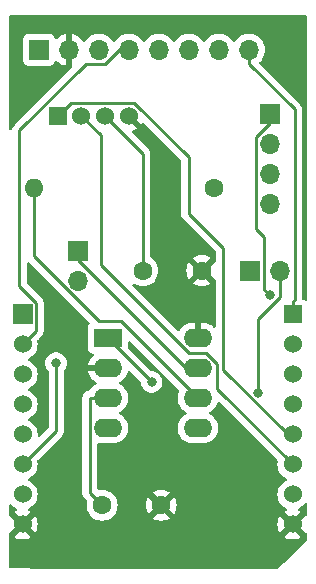
<source format=gtl>
G04 #@! TF.GenerationSoftware,KiCad,Pcbnew,8.0.6*
G04 #@! TF.CreationDate,2025-01-06T22:58:22-05:00*
G04 #@! TF.ProjectId,MikroBusCAN,4d696b72-6f42-4757-9343-414e2e6b6963,rev?*
G04 #@! TF.SameCoordinates,Original*
G04 #@! TF.FileFunction,Copper,L1,Top*
G04 #@! TF.FilePolarity,Positive*
%FSLAX46Y46*%
G04 Gerber Fmt 4.6, Leading zero omitted, Abs format (unit mm)*
G04 Created by KiCad (PCBNEW 8.0.6) date 2025-01-06 22:58:22*
%MOMM*%
%LPD*%
G01*
G04 APERTURE LIST*
G04 #@! TA.AperFunction,ComponentPad*
%ADD10R,1.524000X1.524000*%
G04 #@! TD*
G04 #@! TA.AperFunction,ComponentPad*
%ADD11C,1.524000*%
G04 #@! TD*
G04 #@! TA.AperFunction,ComponentPad*
%ADD12R,1.700000X1.700000*%
G04 #@! TD*
G04 #@! TA.AperFunction,ComponentPad*
%ADD13O,1.700000X1.700000*%
G04 #@! TD*
G04 #@! TA.AperFunction,ComponentPad*
%ADD14C,1.600000*%
G04 #@! TD*
G04 #@! TA.AperFunction,ComponentPad*
%ADD15O,1.600000X1.600000*%
G04 #@! TD*
G04 #@! TA.AperFunction,ComponentPad*
%ADD16R,1.676400X1.676400*%
G04 #@! TD*
G04 #@! TA.AperFunction,ComponentPad*
%ADD17R,2.400000X1.600000*%
G04 #@! TD*
G04 #@! TA.AperFunction,ComponentPad*
%ADD18O,2.400000X1.600000*%
G04 #@! TD*
G04 #@! TA.AperFunction,ViaPad*
%ADD19C,0.800000*%
G04 #@! TD*
G04 #@! TA.AperFunction,Conductor*
%ADD20C,0.250000*%
G04 #@! TD*
G04 APERTURE END LIST*
D10*
X64900000Y-72658000D03*
D11*
X66900000Y-72658000D03*
X68900000Y-72658000D03*
X70900000Y-72658000D03*
D12*
X82900000Y-72458000D03*
D13*
X82900000Y-74998000D03*
X82900000Y-77538000D03*
X82900000Y-80078000D03*
D14*
X77100000Y-85758000D03*
X72100000Y-85758000D03*
X78100000Y-78758000D03*
D15*
X62860000Y-78758000D03*
D14*
X68650000Y-105608000D03*
X73650000Y-105608000D03*
D16*
X61915200Y-89457600D03*
D11*
X61915200Y-91997600D03*
X61915200Y-94537600D03*
X61915200Y-97077600D03*
X61915200Y-99617600D03*
X61915200Y-102157600D03*
X61915200Y-104697600D03*
X61915200Y-107237600D03*
X84775200Y-107237600D03*
X84775200Y-104697600D03*
X84775200Y-102157600D03*
X84775200Y-99617600D03*
X84775200Y-97077600D03*
X84775200Y-94537600D03*
X84775200Y-91997600D03*
D10*
X84775200Y-89457600D03*
D12*
X63300000Y-67058000D03*
D13*
X65840000Y-67058000D03*
X68380000Y-67058000D03*
X70920000Y-67058000D03*
X73460000Y-67058000D03*
X76000000Y-67058000D03*
X78540000Y-67058000D03*
X81080000Y-67058000D03*
D12*
X66600000Y-84058000D03*
D13*
X66600000Y-86598000D03*
D17*
X69130000Y-91458000D03*
D18*
X69130000Y-93998000D03*
X69130000Y-96538000D03*
X69130000Y-99078000D03*
X76750000Y-99078000D03*
X76750000Y-96538000D03*
X76750000Y-93998000D03*
X76750000Y-91458000D03*
D12*
X81200000Y-85758000D03*
D13*
X83740000Y-85758000D03*
D19*
X64752000Y-93587300D03*
X82833400Y-87851800D03*
X72848700Y-95176700D03*
X81872800Y-96090800D03*
D20*
X67603300Y-96538000D02*
X67603300Y-104561300D01*
X69130000Y-96538000D02*
X67603300Y-96538000D01*
X67603300Y-104561300D02*
X68650000Y-105608000D01*
X75731000Y-93998000D02*
X76750000Y-93998000D01*
X66600000Y-84867000D02*
X75731000Y-93998000D01*
X66600000Y-84058000D02*
X66600000Y-84867000D01*
X64752000Y-99320800D02*
X61915200Y-102157600D01*
X64752000Y-93587300D02*
X64752000Y-99320800D01*
X68934400Y-68234700D02*
X67291100Y-68234700D01*
X70111100Y-67058000D02*
X68934400Y-68234700D01*
X63080100Y-88484000D02*
X63080100Y-90832700D01*
X70920000Y-67058000D02*
X70111100Y-67058000D01*
X63080100Y-90832700D02*
X61915200Y-91997600D01*
X61646800Y-73879000D02*
X61646800Y-87050700D01*
X61646800Y-87050700D02*
X63080100Y-88484000D01*
X67291100Y-68234700D02*
X61646800Y-73879000D01*
X81696500Y-82239300D02*
X82376700Y-82919500D01*
X82376700Y-87395100D02*
X82833400Y-87851800D01*
X82900000Y-72458000D02*
X82900000Y-73267000D01*
X81696500Y-74470500D02*
X81696500Y-82239300D01*
X82376700Y-82919500D02*
X82376700Y-87395100D01*
X82900000Y-73267000D02*
X81696500Y-74470500D01*
X68900000Y-72658000D02*
X72100000Y-75858000D01*
X72100000Y-75858000D02*
X72100000Y-85758000D01*
X75974800Y-76150100D02*
X71389100Y-71564400D01*
X65993600Y-71564400D02*
X64900000Y-72658000D01*
X75974800Y-80928400D02*
X75974800Y-76150100D01*
X78925400Y-83879000D02*
X75974800Y-80928400D01*
X71389100Y-71564400D02*
X65993600Y-71564400D01*
X78925400Y-94173400D02*
X78925400Y-83879000D01*
X84369600Y-99617600D02*
X78925400Y-94173400D01*
X84775200Y-99617600D02*
X84369600Y-99617600D01*
X77482500Y-92728000D02*
X78379600Y-93625100D01*
X68533900Y-85243300D02*
X76018600Y-92728000D01*
X76018600Y-92728000D02*
X77482500Y-92728000D01*
X66900000Y-72658000D02*
X68533900Y-74291900D01*
X68533900Y-74291900D02*
X68533900Y-85243300D01*
X78379600Y-95762000D02*
X84775200Y-102157600D01*
X78379600Y-93625100D02*
X78379600Y-95762000D01*
X84955700Y-88188400D02*
X84775200Y-88368900D01*
X81080000Y-68234700D02*
X84955700Y-72110400D01*
X84955700Y-72110400D02*
X84955700Y-88188400D01*
X81080000Y-67058000D02*
X81080000Y-68234700D01*
X84775200Y-89457600D02*
X84775200Y-88368900D01*
X72848700Y-95176700D02*
X69130000Y-91458000D01*
X83740000Y-85758000D02*
X83740000Y-86934700D01*
X62860000Y-78758000D02*
X62860000Y-84523600D01*
X70226300Y-90014300D02*
X76750000Y-96538000D01*
X68350700Y-90014300D02*
X70226300Y-90014300D01*
X83740000Y-87972900D02*
X83740000Y-86934700D01*
X81872800Y-96090800D02*
X81872800Y-89840100D01*
X62860000Y-84523600D02*
X68350700Y-90014300D01*
X81872800Y-89840100D02*
X83740000Y-87972900D01*
G04 #@! TA.AperFunction,Conductor*
G36*
X62488812Y-85048770D02*
G01*
X62495395Y-85054899D01*
X67561891Y-90121395D01*
X67595917Y-90183707D01*
X67590852Y-90254522D01*
X67570458Y-90286266D01*
X67572139Y-90287525D01*
X67479112Y-90411792D01*
X67479110Y-90411797D01*
X67428011Y-90548795D01*
X67428009Y-90548803D01*
X67421500Y-90609350D01*
X67421500Y-92306649D01*
X67428009Y-92367196D01*
X67428011Y-92367204D01*
X67479110Y-92504202D01*
X67479112Y-92504207D01*
X67566738Y-92621261D01*
X67683792Y-92708887D01*
X67683794Y-92708888D01*
X67683796Y-92708889D01*
X67820799Y-92759989D01*
X67833467Y-92761350D01*
X67899059Y-92788517D01*
X67939552Y-92846833D01*
X67942090Y-92917784D01*
X67905865Y-92978844D01*
X67894068Y-92988562D01*
X67877889Y-93000317D01*
X67732317Y-93145889D01*
X67732315Y-93145892D01*
X67611300Y-93312454D01*
X67517829Y-93495900D01*
X67517826Y-93495906D01*
X67454208Y-93691704D01*
X67445926Y-93744000D01*
X68818314Y-93744000D01*
X68809920Y-93752394D01*
X68757259Y-93843606D01*
X68730000Y-93945339D01*
X68730000Y-94050661D01*
X68757259Y-94152394D01*
X68809920Y-94243606D01*
X68818314Y-94252000D01*
X67445926Y-94252000D01*
X67454208Y-94304295D01*
X67517826Y-94500093D01*
X67517829Y-94500099D01*
X67611300Y-94683545D01*
X67732315Y-94850107D01*
X67732317Y-94850110D01*
X67877889Y-94995682D01*
X67877892Y-94995684D01*
X68044455Y-95116700D01*
X68120511Y-95155453D01*
X68172126Y-95204202D01*
X68189192Y-95273117D01*
X68166291Y-95340318D01*
X68120511Y-95379987D01*
X68044193Y-95418872D01*
X67877567Y-95539934D01*
X67877564Y-95539936D01*
X67731936Y-95685564D01*
X67731934Y-95685567D01*
X67607961Y-95856202D01*
X67606242Y-95854953D01*
X67560132Y-95896598D01*
X67530029Y-95906663D01*
X67453958Y-95921795D01*
X67418515Y-95928845D01*
X67418514Y-95928845D01*
X67418511Y-95928846D01*
X67338359Y-95962047D01*
X67324427Y-95967818D01*
X67303223Y-95976601D01*
X67199471Y-96045926D01*
X67199464Y-96045931D01*
X67111231Y-96134164D01*
X67111226Y-96134171D01*
X67041901Y-96237923D01*
X66994146Y-96353212D01*
X66969800Y-96475603D01*
X66969800Y-96475606D01*
X66969800Y-104498906D01*
X66969800Y-104623694D01*
X66994145Y-104746085D01*
X67041900Y-104861375D01*
X67111229Y-104965133D01*
X67111231Y-104965135D01*
X67340847Y-105194751D01*
X67374873Y-105257063D01*
X67373459Y-105316456D01*
X67356458Y-105379907D01*
X67356457Y-105379910D01*
X67356457Y-105379913D01*
X67336502Y-105608000D01*
X67356457Y-105836087D01*
X67415716Y-106057243D01*
X67512477Y-106264749D01*
X67643802Y-106452300D01*
X67805700Y-106614198D01*
X67993251Y-106745523D01*
X68200757Y-106842284D01*
X68421913Y-106901543D01*
X68650000Y-106921498D01*
X68878087Y-106901543D01*
X69099243Y-106842284D01*
X69306749Y-106745523D01*
X69494300Y-106614198D01*
X69656198Y-106452300D01*
X69787523Y-106264749D01*
X69884284Y-106057243D01*
X69943543Y-105836087D01*
X69963498Y-105608000D01*
X72337004Y-105608000D01*
X72356951Y-105836002D01*
X72416186Y-106057068D01*
X72416188Y-106057073D01*
X72512913Y-106264501D01*
X72562899Y-106335888D01*
X73250000Y-105648788D01*
X73250000Y-105660661D01*
X73277259Y-105762394D01*
X73329920Y-105853606D01*
X73404394Y-105928080D01*
X73495606Y-105980741D01*
X73597339Y-106008000D01*
X73609210Y-106008000D01*
X72922110Y-106695098D01*
X72922110Y-106695100D01*
X72993498Y-106745086D01*
X73200926Y-106841811D01*
X73200931Y-106841813D01*
X73421999Y-106901048D01*
X73421995Y-106901048D01*
X73650000Y-106920995D01*
X73878002Y-106901048D01*
X74099068Y-106841813D01*
X74099073Y-106841811D01*
X74306497Y-106745088D01*
X74377888Y-106695099D01*
X74377888Y-106695097D01*
X73690791Y-106008000D01*
X73702661Y-106008000D01*
X73804394Y-105980741D01*
X73895606Y-105928080D01*
X73970080Y-105853606D01*
X74022741Y-105762394D01*
X74050000Y-105660661D01*
X74050000Y-105648791D01*
X74737097Y-106335888D01*
X74737099Y-106335888D01*
X74787088Y-106264497D01*
X74883811Y-106057073D01*
X74883813Y-106057068D01*
X74943048Y-105836002D01*
X74962995Y-105608000D01*
X74943048Y-105379997D01*
X74883813Y-105158931D01*
X74883811Y-105158926D01*
X74787086Y-104951498D01*
X74737100Y-104880110D01*
X74737098Y-104880110D01*
X74050000Y-105567208D01*
X74050000Y-105555339D01*
X74022741Y-105453606D01*
X73970080Y-105362394D01*
X73895606Y-105287920D01*
X73804394Y-105235259D01*
X73702661Y-105208000D01*
X73690790Y-105208000D01*
X74377888Y-104520899D01*
X74377888Y-104520898D01*
X74306501Y-104470913D01*
X74099073Y-104374188D01*
X74099068Y-104374186D01*
X73878000Y-104314951D01*
X73878004Y-104314951D01*
X73650000Y-104295004D01*
X73421997Y-104314951D01*
X73200931Y-104374186D01*
X73200926Y-104374188D01*
X72993500Y-104470913D01*
X72922109Y-104520900D01*
X73609209Y-105208000D01*
X73597339Y-105208000D01*
X73495606Y-105235259D01*
X73404394Y-105287920D01*
X73329920Y-105362394D01*
X73277259Y-105453606D01*
X73250000Y-105555339D01*
X73250000Y-105567209D01*
X72562900Y-104880109D01*
X72512913Y-104951500D01*
X72416188Y-105158926D01*
X72416186Y-105158931D01*
X72356951Y-105379997D01*
X72337004Y-105608000D01*
X69963498Y-105608000D01*
X69943543Y-105379913D01*
X69884284Y-105158757D01*
X69787523Y-104951251D01*
X69656198Y-104763700D01*
X69494300Y-104601802D01*
X69378757Y-104520898D01*
X69306749Y-104470477D01*
X69099246Y-104373717D01*
X69099240Y-104373715D01*
X69005771Y-104348670D01*
X68878087Y-104314457D01*
X68650000Y-104294502D01*
X68421913Y-104314457D01*
X68421910Y-104314457D01*
X68421907Y-104314458D01*
X68395407Y-104321558D01*
X68324431Y-104319866D01*
X68265636Y-104280070D01*
X68237691Y-104214805D01*
X68236800Y-104199850D01*
X68236800Y-100467011D01*
X68256802Y-100398890D01*
X68310458Y-100352397D01*
X68380732Y-100342293D01*
X68401731Y-100347177D01*
X68423592Y-100354280D01*
X68627019Y-100386500D01*
X68627022Y-100386500D01*
X69632978Y-100386500D01*
X69632981Y-100386500D01*
X69836408Y-100354280D01*
X70032290Y-100290634D01*
X70215803Y-100197129D01*
X70382430Y-100076068D01*
X70528068Y-99930430D01*
X70649129Y-99763803D01*
X70742634Y-99580290D01*
X70806280Y-99384408D01*
X70838500Y-99180981D01*
X70838500Y-98975019D01*
X70806280Y-98771592D01*
X70742634Y-98575710D01*
X70649129Y-98392197D01*
X70528068Y-98225570D01*
X70528065Y-98225567D01*
X70528063Y-98225564D01*
X70382435Y-98079936D01*
X70382432Y-98079934D01*
X70382430Y-98079932D01*
X70215803Y-97958871D01*
X70140034Y-97920265D01*
X70088422Y-97871519D01*
X70071356Y-97802604D01*
X70094257Y-97735402D01*
X70140034Y-97695735D01*
X70215803Y-97657129D01*
X70382430Y-97536068D01*
X70528068Y-97390430D01*
X70649129Y-97223803D01*
X70742634Y-97040290D01*
X70806280Y-96844408D01*
X70838500Y-96640981D01*
X70838500Y-96435019D01*
X70806280Y-96231592D01*
X70742634Y-96035710D01*
X70649129Y-95852197D01*
X70528068Y-95685570D01*
X70528065Y-95685567D01*
X70528063Y-95685564D01*
X70382435Y-95539936D01*
X70382432Y-95539934D01*
X70382430Y-95539932D01*
X70256999Y-95448802D01*
X70215806Y-95418873D01*
X70215805Y-95418872D01*
X70215803Y-95418871D01*
X70139486Y-95379985D01*
X70087873Y-95331239D01*
X70070807Y-95262324D01*
X70093708Y-95195122D01*
X70139488Y-95155453D01*
X70215545Y-95116699D01*
X70382107Y-94995684D01*
X70382110Y-94995682D01*
X70527682Y-94850110D01*
X70527684Y-94850107D01*
X70648699Y-94683545D01*
X70742170Y-94500099D01*
X70742173Y-94500093D01*
X70805790Y-94304299D01*
X70806429Y-94301639D01*
X70806949Y-94300732D01*
X70807323Y-94299583D01*
X70807564Y-94299661D01*
X70841776Y-94240067D01*
X70904801Y-94207380D01*
X70975492Y-94213955D01*
X71018045Y-94241949D01*
X71901577Y-95125481D01*
X71935603Y-95187793D01*
X71937792Y-95201405D01*
X71955157Y-95366627D01*
X71977907Y-95436641D01*
X72014173Y-95548256D01*
X72014176Y-95548261D01*
X72109658Y-95713641D01*
X72109665Y-95713651D01*
X72237444Y-95855564D01*
X72266341Y-95876559D01*
X72391948Y-95967818D01*
X72566412Y-96045494D01*
X72753213Y-96085200D01*
X72944187Y-96085200D01*
X73130988Y-96045494D01*
X73305452Y-95967818D01*
X73459953Y-95855566D01*
X73460505Y-95854953D01*
X73587734Y-95713651D01*
X73587735Y-95713649D01*
X73587740Y-95713644D01*
X73683227Y-95548256D01*
X73742242Y-95366628D01*
X73762204Y-95176700D01*
X73742242Y-94986772D01*
X73683227Y-94805144D01*
X73587740Y-94639756D01*
X73587738Y-94639754D01*
X73587734Y-94639748D01*
X73479482Y-94519522D01*
X73472968Y-94505950D01*
X73472860Y-94505927D01*
X73459184Y-94497275D01*
X73305452Y-94385582D01*
X73130988Y-94307906D01*
X72944187Y-94268200D01*
X72888294Y-94268200D01*
X72820173Y-94248198D01*
X72799199Y-94231295D01*
X70875405Y-92307501D01*
X70841379Y-92245189D01*
X70838500Y-92218406D01*
X70838500Y-91826594D01*
X70858502Y-91758473D01*
X70912158Y-91711980D01*
X70982432Y-91701876D01*
X71047012Y-91731370D01*
X71053595Y-91737499D01*
X73622340Y-94306244D01*
X73633304Y-94326323D01*
X73639209Y-94327936D01*
X73662213Y-94346117D01*
X75145016Y-95828920D01*
X75179042Y-95891232D01*
X75173977Y-95962047D01*
X75168188Y-95975217D01*
X75137369Y-96035702D01*
X75137364Y-96035714D01*
X75073721Y-96231587D01*
X75073720Y-96231590D01*
X75073720Y-96231592D01*
X75041500Y-96435019D01*
X75041500Y-96640981D01*
X75061882Y-96769666D01*
X75073721Y-96844412D01*
X75102967Y-96934423D01*
X75137366Y-97040290D01*
X75230871Y-97223803D01*
X75351932Y-97390430D01*
X75351934Y-97390432D01*
X75351936Y-97390435D01*
X75497564Y-97536063D01*
X75497567Y-97536065D01*
X75497570Y-97536068D01*
X75664197Y-97657129D01*
X75739962Y-97695733D01*
X75791577Y-97744482D01*
X75808643Y-97813397D01*
X75785742Y-97880598D01*
X75739963Y-97920266D01*
X75671033Y-97955387D01*
X75664193Y-97958873D01*
X75497567Y-98079934D01*
X75497564Y-98079936D01*
X75351936Y-98225564D01*
X75351934Y-98225567D01*
X75230873Y-98392193D01*
X75137367Y-98575708D01*
X75137364Y-98575714D01*
X75073721Y-98771587D01*
X75073720Y-98771590D01*
X75073720Y-98771592D01*
X75041500Y-98975019D01*
X75041500Y-99180981D01*
X75073528Y-99383194D01*
X75073721Y-99384412D01*
X75113092Y-99505585D01*
X75137366Y-99580290D01*
X75230871Y-99763803D01*
X75351932Y-99930430D01*
X75351934Y-99930432D01*
X75351936Y-99930435D01*
X75497564Y-100076063D01*
X75497567Y-100076065D01*
X75497570Y-100076068D01*
X75664197Y-100197129D01*
X75847710Y-100290634D01*
X76043592Y-100354280D01*
X76247019Y-100386500D01*
X76247022Y-100386500D01*
X77252978Y-100386500D01*
X77252981Y-100386500D01*
X77456408Y-100354280D01*
X77652290Y-100290634D01*
X77835803Y-100197129D01*
X78002430Y-100076068D01*
X78148068Y-99930430D01*
X78269129Y-99763803D01*
X78362634Y-99580290D01*
X78426280Y-99384408D01*
X78458500Y-99180981D01*
X78458500Y-98975019D01*
X78426280Y-98771592D01*
X78362634Y-98575710D01*
X78269129Y-98392197D01*
X78148068Y-98225570D01*
X78148065Y-98225567D01*
X78148063Y-98225564D01*
X78002435Y-98079936D01*
X78002432Y-98079934D01*
X78002430Y-98079932D01*
X77835803Y-97958871D01*
X77760034Y-97920265D01*
X77708422Y-97871519D01*
X77691356Y-97802604D01*
X77714257Y-97735402D01*
X77760034Y-97695735D01*
X77835803Y-97657129D01*
X78002430Y-97536068D01*
X78148068Y-97390430D01*
X78269129Y-97223803D01*
X78362634Y-97040290D01*
X78397032Y-96934422D01*
X78437105Y-96875817D01*
X78502502Y-96848180D01*
X78572459Y-96860287D01*
X78605960Y-96884264D01*
X83497074Y-101775378D01*
X83531100Y-101837690D01*
X83529686Y-101897081D01*
X83519223Y-101936131D01*
X83519222Y-101936136D01*
X83519222Y-101936137D01*
X83499847Y-102157600D01*
X83519222Y-102379063D01*
X83529900Y-102418913D01*
X83576759Y-102593793D01*
X83576761Y-102593799D01*
X83670711Y-102795275D01*
X83670712Y-102795277D01*
X83798216Y-102977372D01*
X83798220Y-102977377D01*
X83798223Y-102977381D01*
X83955419Y-103134577D01*
X83955423Y-103134580D01*
X83955427Y-103134583D01*
X84059324Y-103207332D01*
X84137523Y-103262088D01*
X84247573Y-103313405D01*
X84300858Y-103360322D01*
X84320319Y-103428599D01*
X84299777Y-103496559D01*
X84247573Y-103541795D01*
X84137523Y-103593112D01*
X83955422Y-103720620D01*
X83955416Y-103720625D01*
X83798225Y-103877816D01*
X83798220Y-103877822D01*
X83670712Y-104059923D01*
X83576761Y-104261401D01*
X83576759Y-104261406D01*
X83552944Y-104350287D01*
X83519222Y-104476137D01*
X83499847Y-104697600D01*
X83519222Y-104919063D01*
X83565473Y-105091674D01*
X83576759Y-105133793D01*
X83576761Y-105133799D01*
X83670711Y-105335275D01*
X83670712Y-105335277D01*
X83798216Y-105517372D01*
X83798220Y-105517377D01*
X83798223Y-105517381D01*
X83955419Y-105674577D01*
X83955423Y-105674580D01*
X83955427Y-105674583D01*
X84059324Y-105747332D01*
X84137523Y-105802088D01*
X84202510Y-105832392D01*
X84248164Y-105853681D01*
X84301449Y-105900598D01*
X84320910Y-105968876D01*
X84300368Y-106036836D01*
X84248165Y-106082070D01*
X84137777Y-106133545D01*
X84074594Y-106177785D01*
X84695566Y-106798757D01*
X84603629Y-106823392D01*
X84502270Y-106881911D01*
X84419511Y-106964670D01*
X84360992Y-107066029D01*
X84336357Y-107157966D01*
X83715385Y-106536994D01*
X83671146Y-106600175D01*
X83577233Y-106801572D01*
X83577231Y-106801576D01*
X83519717Y-107016225D01*
X83500349Y-107237600D01*
X83519717Y-107458974D01*
X83577231Y-107673623D01*
X83577233Y-107673627D01*
X83671146Y-107875025D01*
X83715384Y-107938203D01*
X83715385Y-107938203D01*
X84336356Y-107317231D01*
X84360992Y-107409171D01*
X84419511Y-107510530D01*
X84502270Y-107593289D01*
X84603629Y-107651808D01*
X84695566Y-107676442D01*
X84074595Y-108297413D01*
X84074595Y-108297414D01*
X84137775Y-108341653D01*
X84137774Y-108341653D01*
X84339172Y-108435566D01*
X84339176Y-108435568D01*
X84553825Y-108493082D01*
X84775200Y-108512450D01*
X84996574Y-108493082D01*
X85211223Y-108435568D01*
X85211227Y-108435566D01*
X85412625Y-108341653D01*
X85412626Y-108341652D01*
X85475803Y-108297414D01*
X85475803Y-108297412D01*
X84854833Y-107676442D01*
X84946771Y-107651808D01*
X85048130Y-107593289D01*
X85130889Y-107510530D01*
X85189408Y-107409171D01*
X85214042Y-107317233D01*
X85835012Y-107938203D01*
X85883519Y-107933960D01*
X85953124Y-107947950D01*
X86004116Y-107997349D01*
X86020500Y-108059481D01*
X86020500Y-108573120D01*
X86000498Y-108641241D01*
X85980998Y-108664740D01*
X84041961Y-110495374D01*
X83562490Y-110948042D01*
X83562407Y-110948120D01*
X83499142Y-110980339D01*
X83475909Y-110982500D01*
X64273600Y-110982500D01*
X64272314Y-110982493D01*
X60896214Y-110948042D01*
X60828301Y-110927346D01*
X60782358Y-110873219D01*
X60771500Y-110822049D01*
X60771500Y-108068369D01*
X60791502Y-108000248D01*
X60814452Y-107980361D01*
X60813840Y-107979749D01*
X61476356Y-107317232D01*
X61500992Y-107409171D01*
X61559511Y-107510530D01*
X61642270Y-107593289D01*
X61743629Y-107651808D01*
X61835566Y-107676442D01*
X61214595Y-108297413D01*
X61214595Y-108297414D01*
X61277775Y-108341653D01*
X61277774Y-108341653D01*
X61479172Y-108435566D01*
X61479176Y-108435568D01*
X61693825Y-108493082D01*
X61915200Y-108512450D01*
X62136574Y-108493082D01*
X62351223Y-108435568D01*
X62351227Y-108435566D01*
X62552625Y-108341653D01*
X62552626Y-108341652D01*
X62615803Y-108297414D01*
X62615803Y-108297412D01*
X61994833Y-107676442D01*
X62086771Y-107651808D01*
X62188130Y-107593289D01*
X62270889Y-107510530D01*
X62329408Y-107409171D01*
X62354042Y-107317233D01*
X62975012Y-107938203D01*
X62975014Y-107938203D01*
X63019252Y-107875026D01*
X63019253Y-107875025D01*
X63113166Y-107673627D01*
X63113168Y-107673623D01*
X63170682Y-107458974D01*
X63190050Y-107237600D01*
X63170682Y-107016225D01*
X63113168Y-106801576D01*
X63113166Y-106801572D01*
X63019251Y-106600171D01*
X62975015Y-106536995D01*
X62975013Y-106536995D01*
X62354042Y-107157966D01*
X62329408Y-107066029D01*
X62270889Y-106964670D01*
X62188130Y-106881911D01*
X62086771Y-106823392D01*
X61994832Y-106798757D01*
X62615803Y-106177785D01*
X62615803Y-106177784D01*
X62552625Y-106133546D01*
X62552620Y-106133543D01*
X62442234Y-106082069D01*
X62388950Y-106035152D01*
X62369489Y-105966875D01*
X62390031Y-105898915D01*
X62442234Y-105853681D01*
X62552877Y-105802088D01*
X62734981Y-105674577D01*
X62892177Y-105517381D01*
X63019688Y-105335277D01*
X63113640Y-105133796D01*
X63171178Y-104919063D01*
X63190553Y-104697600D01*
X63171178Y-104476137D01*
X63113640Y-104261404D01*
X63019688Y-104059924D01*
X62892177Y-103877819D01*
X62734981Y-103720623D01*
X62734977Y-103720620D01*
X62734972Y-103720616D01*
X62552877Y-103593112D01*
X62552875Y-103593111D01*
X62442827Y-103541795D01*
X62389542Y-103494878D01*
X62370081Y-103426601D01*
X62390623Y-103358641D01*
X62442827Y-103313405D01*
X62552877Y-103262088D01*
X62734981Y-103134577D01*
X62892177Y-102977381D01*
X63019688Y-102795277D01*
X63113640Y-102593796D01*
X63171178Y-102379063D01*
X63190553Y-102157600D01*
X63171178Y-101936137D01*
X63160713Y-101897081D01*
X63162401Y-101826111D01*
X63193320Y-101775382D01*
X65244071Y-99724633D01*
X65313400Y-99620875D01*
X65361155Y-99505585D01*
X65385500Y-99383194D01*
X65385500Y-99258406D01*
X65385500Y-94289824D01*
X65405502Y-94221703D01*
X65417858Y-94205520D01*
X65491040Y-94124244D01*
X65586527Y-93958856D01*
X65645542Y-93777228D01*
X65665504Y-93587300D01*
X65645542Y-93397372D01*
X65586527Y-93215744D01*
X65491040Y-93050356D01*
X65491038Y-93050354D01*
X65491034Y-93050348D01*
X65363255Y-92908435D01*
X65208752Y-92796182D01*
X65034288Y-92718506D01*
X64847487Y-92678800D01*
X64656513Y-92678800D01*
X64469711Y-92718506D01*
X64295247Y-92796182D01*
X64140744Y-92908435D01*
X64012965Y-93050348D01*
X64012958Y-93050358D01*
X63917476Y-93215738D01*
X63917473Y-93215745D01*
X63858457Y-93397372D01*
X63838496Y-93587300D01*
X63858457Y-93777227D01*
X63888526Y-93869770D01*
X63917473Y-93958856D01*
X63917476Y-93958861D01*
X63999771Y-94101401D01*
X64012960Y-94124244D01*
X64086137Y-94205515D01*
X64116853Y-94269520D01*
X64118500Y-94289824D01*
X64118500Y-99006205D01*
X64098498Y-99074326D01*
X64081595Y-99095301D01*
X63399986Y-99776909D01*
X63337674Y-99810934D01*
X63266858Y-99805869D01*
X63210023Y-99763322D01*
X63185212Y-99696802D01*
X63185371Y-99676831D01*
X63190553Y-99617605D01*
X63190553Y-99617604D01*
X63190553Y-99617600D01*
X63171178Y-99396137D01*
X63113640Y-99181404D01*
X63019688Y-98979924D01*
X62892177Y-98797819D01*
X62734981Y-98640623D01*
X62734977Y-98640620D01*
X62734972Y-98640616D01*
X62552877Y-98513112D01*
X62552875Y-98513111D01*
X62442827Y-98461795D01*
X62389542Y-98414878D01*
X62370081Y-98346601D01*
X62390623Y-98278641D01*
X62442827Y-98233405D01*
X62459629Y-98225570D01*
X62552877Y-98182088D01*
X62734981Y-98054577D01*
X62892177Y-97897381D01*
X63019688Y-97715277D01*
X63113640Y-97513796D01*
X63171178Y-97299063D01*
X63190553Y-97077600D01*
X63171178Y-96856137D01*
X63113640Y-96641404D01*
X63019688Y-96439924D01*
X62892177Y-96257819D01*
X62734981Y-96100623D01*
X62734977Y-96100620D01*
X62734972Y-96100616D01*
X62552877Y-95973112D01*
X62552875Y-95973111D01*
X62442827Y-95921795D01*
X62389542Y-95874878D01*
X62370081Y-95806601D01*
X62390623Y-95738641D01*
X62442827Y-95693405D01*
X62459629Y-95685570D01*
X62552877Y-95642088D01*
X62734981Y-95514577D01*
X62892177Y-95357381D01*
X63019688Y-95175277D01*
X63113640Y-94973796D01*
X63171178Y-94759063D01*
X63190553Y-94537600D01*
X63171178Y-94316137D01*
X63113640Y-94101404D01*
X63019688Y-93899924D01*
X62892177Y-93717819D01*
X62734981Y-93560623D01*
X62734977Y-93560620D01*
X62734972Y-93560616D01*
X62552877Y-93433112D01*
X62552875Y-93433111D01*
X62442827Y-93381795D01*
X62389542Y-93334878D01*
X62370081Y-93266601D01*
X62390623Y-93198641D01*
X62442827Y-93153405D01*
X62552877Y-93102088D01*
X62734981Y-92974577D01*
X62892177Y-92817381D01*
X63019688Y-92635277D01*
X63113640Y-92433796D01*
X63171178Y-92219063D01*
X63190553Y-91997600D01*
X63171178Y-91776137D01*
X63160714Y-91737086D01*
X63162403Y-91666110D01*
X63193325Y-91615378D01*
X63298042Y-91510661D01*
X63572171Y-91236533D01*
X63641500Y-91132775D01*
X63689255Y-91017485D01*
X63713600Y-90895094D01*
X63713600Y-90770307D01*
X63713600Y-88421606D01*
X63689255Y-88299215D01*
X63641500Y-88183925D01*
X63572171Y-88080167D01*
X63483933Y-87991929D01*
X62317205Y-86825201D01*
X62283179Y-86762889D01*
X62280300Y-86736106D01*
X62280300Y-85143994D01*
X62300302Y-85075873D01*
X62353958Y-85029380D01*
X62424232Y-85019276D01*
X62488812Y-85048770D01*
G37*
G04 #@! TD.AperFunction*
G04 #@! TA.AperFunction,Conductor*
G36*
X60980012Y-105559624D02*
G01*
X60986595Y-105565753D01*
X61095419Y-105674577D01*
X61095423Y-105674580D01*
X61095427Y-105674583D01*
X61199324Y-105747332D01*
X61277523Y-105802088D01*
X61342510Y-105832392D01*
X61388164Y-105853681D01*
X61441449Y-105900598D01*
X61460910Y-105968876D01*
X61440368Y-106036836D01*
X61388165Y-106082070D01*
X61277777Y-106133545D01*
X61214594Y-106177785D01*
X61835566Y-106798757D01*
X61743629Y-106823392D01*
X61642270Y-106881911D01*
X61559511Y-106964670D01*
X61500992Y-107066029D01*
X61476357Y-107157966D01*
X60813839Y-106495448D01*
X60814521Y-106494765D01*
X60787880Y-106468952D01*
X60771500Y-106406828D01*
X60771500Y-105654848D01*
X60791502Y-105586727D01*
X60845158Y-105540234D01*
X60915432Y-105530130D01*
X60980012Y-105559624D01*
G37*
G04 #@! TD.AperFunction*
G04 #@! TA.AperFunction,Conductor*
G36*
X85980724Y-105441919D02*
G01*
X86016709Y-105503121D01*
X86020500Y-105533797D01*
X86020500Y-106415717D01*
X86000498Y-106483838D01*
X85946842Y-106530331D01*
X85883520Y-106541238D01*
X85835014Y-106536994D01*
X85214042Y-107157966D01*
X85189408Y-107066029D01*
X85130889Y-106964670D01*
X85048130Y-106881911D01*
X84946771Y-106823392D01*
X84854832Y-106798757D01*
X85475803Y-106177785D01*
X85475803Y-106177784D01*
X85412625Y-106133546D01*
X85412620Y-106133543D01*
X85302234Y-106082069D01*
X85248950Y-106035152D01*
X85229489Y-105966875D01*
X85250031Y-105898915D01*
X85302234Y-105853681D01*
X85412877Y-105802088D01*
X85594981Y-105674577D01*
X85752177Y-105517381D01*
X85791287Y-105461527D01*
X85846744Y-105417198D01*
X85917363Y-105409889D01*
X85980724Y-105441919D01*
G37*
G04 #@! TD.AperFunction*
G04 #@! TA.AperFunction,Conductor*
G36*
X71959812Y-73358603D02*
G01*
X71959814Y-73358603D01*
X72007209Y-73290919D01*
X72008835Y-73292057D01*
X72053876Y-73249079D01*
X72123584Y-73235616D01*
X72189506Y-73261977D01*
X72200751Y-73271955D01*
X75304395Y-76375599D01*
X75338421Y-76437911D01*
X75341300Y-76464694D01*
X75341300Y-80866006D01*
X75341300Y-80990794D01*
X75365645Y-81113185D01*
X75413400Y-81228475D01*
X75482729Y-81332233D01*
X75482731Y-81332235D01*
X78254995Y-84104499D01*
X78289021Y-84166811D01*
X78291900Y-84193594D01*
X78291900Y-84901774D01*
X78271898Y-84969895D01*
X78218242Y-85016388D01*
X78197195Y-85020013D01*
X77500000Y-85717208D01*
X77500000Y-85705339D01*
X77472741Y-85603606D01*
X77420080Y-85512394D01*
X77345606Y-85437920D01*
X77254394Y-85385259D01*
X77152661Y-85358000D01*
X77140790Y-85358000D01*
X77827888Y-84670899D01*
X77827888Y-84670898D01*
X77756501Y-84620913D01*
X77549073Y-84524188D01*
X77549068Y-84524186D01*
X77328000Y-84464951D01*
X77328004Y-84464951D01*
X77100000Y-84445004D01*
X76871997Y-84464951D01*
X76650931Y-84524186D01*
X76650926Y-84524188D01*
X76443500Y-84620913D01*
X76372109Y-84670900D01*
X77059209Y-85358000D01*
X77047339Y-85358000D01*
X76945606Y-85385259D01*
X76854394Y-85437920D01*
X76779920Y-85512394D01*
X76727259Y-85603606D01*
X76700000Y-85705339D01*
X76700000Y-85717209D01*
X76012900Y-85030109D01*
X75962913Y-85101500D01*
X75866188Y-85308926D01*
X75866186Y-85308931D01*
X75806951Y-85529997D01*
X75787004Y-85758000D01*
X75806951Y-85986002D01*
X75866186Y-86207068D01*
X75866188Y-86207073D01*
X75962913Y-86414501D01*
X76012899Y-86485888D01*
X76700000Y-85798788D01*
X76700000Y-85810661D01*
X76727259Y-85912394D01*
X76779920Y-86003606D01*
X76854394Y-86078080D01*
X76945606Y-86130741D01*
X77047339Y-86158000D01*
X77059210Y-86158000D01*
X76372110Y-86845098D01*
X76372110Y-86845100D01*
X76443498Y-86895086D01*
X76650926Y-86991811D01*
X76650931Y-86991813D01*
X76871999Y-87051048D01*
X76871995Y-87051048D01*
X77100000Y-87070995D01*
X77328002Y-87051048D01*
X77549068Y-86991813D01*
X77549073Y-86991811D01*
X77756497Y-86895088D01*
X77827888Y-86845099D01*
X77827888Y-86845097D01*
X77140791Y-86158000D01*
X77152661Y-86158000D01*
X77254394Y-86130741D01*
X77345606Y-86078080D01*
X77420080Y-86003606D01*
X77472741Y-85912394D01*
X77500000Y-85810661D01*
X77500000Y-85798791D01*
X78198714Y-86497505D01*
X78224521Y-86502691D01*
X78275514Y-86552089D01*
X78291900Y-86614224D01*
X78291900Y-90445917D01*
X78271898Y-90514038D01*
X78218242Y-90560531D01*
X78147968Y-90570635D01*
X78083388Y-90541141D01*
X78076805Y-90535012D01*
X78002110Y-90460317D01*
X78002107Y-90460315D01*
X77835545Y-90339300D01*
X77652099Y-90245829D01*
X77652093Y-90245826D01*
X77456294Y-90182208D01*
X77456298Y-90182208D01*
X77252939Y-90150000D01*
X77004000Y-90150000D01*
X77004000Y-91146314D01*
X76995606Y-91137920D01*
X76904394Y-91085259D01*
X76802661Y-91058000D01*
X76697339Y-91058000D01*
X76595606Y-91085259D01*
X76504394Y-91137920D01*
X76496000Y-91146314D01*
X76496000Y-90150000D01*
X76247061Y-90150000D01*
X76043703Y-90182208D01*
X75847906Y-90245826D01*
X75847900Y-90245829D01*
X75664454Y-90339300D01*
X75497892Y-90460315D01*
X75497889Y-90460317D01*
X75352317Y-90605889D01*
X75352315Y-90605892D01*
X75231299Y-90772455D01*
X75218105Y-90798350D01*
X75169355Y-90849965D01*
X75100440Y-90867029D01*
X75033239Y-90844127D01*
X75016744Y-90830240D01*
X71256701Y-87070197D01*
X71222675Y-87007885D01*
X71227740Y-86937070D01*
X71270287Y-86880234D01*
X71336807Y-86855423D01*
X71406181Y-86870514D01*
X71418067Y-86877889D01*
X71443251Y-86895523D01*
X71650757Y-86992284D01*
X71871913Y-87051543D01*
X72100000Y-87071498D01*
X72328087Y-87051543D01*
X72549243Y-86992284D01*
X72756749Y-86895523D01*
X72944300Y-86764198D01*
X73106198Y-86602300D01*
X73237523Y-86414749D01*
X73334284Y-86207243D01*
X73393543Y-85986087D01*
X73413498Y-85758000D01*
X73393543Y-85529913D01*
X73334284Y-85308757D01*
X73237523Y-85101251D01*
X73106198Y-84913700D01*
X72944300Y-84751802D01*
X72944296Y-84751799D01*
X72787229Y-84641819D01*
X72742901Y-84586362D01*
X72733500Y-84538606D01*
X72733500Y-75795607D01*
X72733499Y-75795603D01*
X72709155Y-75673215D01*
X72661400Y-75557925D01*
X72592071Y-75454167D01*
X72503833Y-75365929D01*
X71220495Y-74082591D01*
X71186469Y-74020279D01*
X71191534Y-73949464D01*
X71234081Y-73892628D01*
X71276979Y-73871789D01*
X71336023Y-73855968D01*
X71336027Y-73855966D01*
X71537425Y-73762053D01*
X71537426Y-73762052D01*
X71600603Y-73717814D01*
X71600603Y-73717812D01*
X70921791Y-73039000D01*
X70950160Y-73039000D01*
X71047061Y-73013036D01*
X71133940Y-72962876D01*
X71204876Y-72891940D01*
X71255036Y-72805061D01*
X71281000Y-72708160D01*
X71281000Y-72679791D01*
X71959812Y-73358603D01*
G37*
G04 #@! TD.AperFunction*
G04 #@! TA.AperFunction,Conductor*
G36*
X85962621Y-64153502D02*
G01*
X86009114Y-64207158D01*
X86020500Y-64259500D01*
X86020500Y-88170482D01*
X86000498Y-88238603D01*
X85946842Y-88285096D01*
X85876568Y-88295200D01*
X85818992Y-88271351D01*
X85783406Y-88244712D01*
X85783404Y-88244711D01*
X85671166Y-88202847D01*
X85614331Y-88160300D01*
X85589521Y-88093779D01*
X85589200Y-88084792D01*
X85589200Y-72048007D01*
X85589199Y-72048003D01*
X85564855Y-71925615D01*
X85533056Y-71848845D01*
X85517101Y-71810325D01*
X85447772Y-71706567D01*
X85447767Y-71706561D01*
X81991030Y-68249826D01*
X81957005Y-68187514D01*
X81962069Y-68116699D01*
X81999977Y-68065057D01*
X81999405Y-68064436D01*
X82002578Y-68061514D01*
X82002739Y-68061296D01*
X82002761Y-68061278D01*
X82003240Y-68060906D01*
X82155722Y-67895268D01*
X82278860Y-67706791D01*
X82369296Y-67500616D01*
X82424564Y-67282368D01*
X82443156Y-67058000D01*
X82424564Y-66833632D01*
X82369296Y-66615384D01*
X82278860Y-66409209D01*
X82261597Y-66382786D01*
X82155724Y-66220734D01*
X82155720Y-66220729D01*
X82039570Y-66094559D01*
X82003240Y-66055094D01*
X82003239Y-66055093D01*
X82003237Y-66055091D01*
X81883367Y-65961792D01*
X81825576Y-65916811D01*
X81627574Y-65809658D01*
X81627572Y-65809657D01*
X81627571Y-65809656D01*
X81414639Y-65736557D01*
X81414630Y-65736555D01*
X81337029Y-65723606D01*
X81192569Y-65699500D01*
X80967431Y-65699500D01*
X80822971Y-65723606D01*
X80745369Y-65736555D01*
X80745360Y-65736557D01*
X80532428Y-65809656D01*
X80532426Y-65809658D01*
X80334426Y-65916810D01*
X80334424Y-65916811D01*
X80156762Y-66055091D01*
X80004279Y-66220729D01*
X79915483Y-66356643D01*
X79861479Y-66402731D01*
X79791131Y-66412306D01*
X79726774Y-66382329D01*
X79704517Y-66356643D01*
X79615720Y-66220729D01*
X79499570Y-66094559D01*
X79463240Y-66055094D01*
X79463239Y-66055093D01*
X79463237Y-66055091D01*
X79343367Y-65961792D01*
X79285576Y-65916811D01*
X79087574Y-65809658D01*
X79087572Y-65809657D01*
X79087571Y-65809656D01*
X78874639Y-65736557D01*
X78874630Y-65736555D01*
X78797029Y-65723606D01*
X78652569Y-65699500D01*
X78427431Y-65699500D01*
X78282971Y-65723606D01*
X78205369Y-65736555D01*
X78205360Y-65736557D01*
X77992428Y-65809656D01*
X77992426Y-65809658D01*
X77794426Y-65916810D01*
X77794424Y-65916811D01*
X77616762Y-66055091D01*
X77464279Y-66220729D01*
X77375483Y-66356643D01*
X77321479Y-66402731D01*
X77251131Y-66412306D01*
X77186774Y-66382329D01*
X77164517Y-66356643D01*
X77075720Y-66220729D01*
X76959570Y-66094559D01*
X76923240Y-66055094D01*
X76923239Y-66055093D01*
X76923237Y-66055091D01*
X76803367Y-65961792D01*
X76745576Y-65916811D01*
X76547574Y-65809658D01*
X76547572Y-65809657D01*
X76547571Y-65809656D01*
X76334639Y-65736557D01*
X76334630Y-65736555D01*
X76257029Y-65723606D01*
X76112569Y-65699500D01*
X75887431Y-65699500D01*
X75742971Y-65723606D01*
X75665369Y-65736555D01*
X75665360Y-65736557D01*
X75452428Y-65809656D01*
X75452426Y-65809658D01*
X75254426Y-65916810D01*
X75254424Y-65916811D01*
X75076762Y-66055091D01*
X74924279Y-66220729D01*
X74835483Y-66356643D01*
X74781479Y-66402731D01*
X74711131Y-66412306D01*
X74646774Y-66382329D01*
X74624517Y-66356643D01*
X74535720Y-66220729D01*
X74419570Y-66094559D01*
X74383240Y-66055094D01*
X74383239Y-66055093D01*
X74383237Y-66055091D01*
X74263367Y-65961792D01*
X74205576Y-65916811D01*
X74007574Y-65809658D01*
X74007572Y-65809657D01*
X74007571Y-65809656D01*
X73794639Y-65736557D01*
X73794630Y-65736555D01*
X73717029Y-65723606D01*
X73572569Y-65699500D01*
X73347431Y-65699500D01*
X73202971Y-65723606D01*
X73125369Y-65736555D01*
X73125360Y-65736557D01*
X72912428Y-65809656D01*
X72912426Y-65809658D01*
X72714426Y-65916810D01*
X72714424Y-65916811D01*
X72536762Y-66055091D01*
X72384279Y-66220729D01*
X72295483Y-66356643D01*
X72241479Y-66402731D01*
X72171131Y-66412306D01*
X72106774Y-66382329D01*
X72084517Y-66356643D01*
X71995720Y-66220729D01*
X71879570Y-66094559D01*
X71843240Y-66055094D01*
X71843239Y-66055093D01*
X71843237Y-66055091D01*
X71723367Y-65961792D01*
X71665576Y-65916811D01*
X71467574Y-65809658D01*
X71467572Y-65809657D01*
X71467571Y-65809656D01*
X71254639Y-65736557D01*
X71254630Y-65736555D01*
X71177029Y-65723606D01*
X71032569Y-65699500D01*
X70807431Y-65699500D01*
X70662971Y-65723606D01*
X70585369Y-65736555D01*
X70585360Y-65736557D01*
X70372428Y-65809656D01*
X70372426Y-65809658D01*
X70174426Y-65916810D01*
X70174424Y-65916811D01*
X69996762Y-66055091D01*
X69844279Y-66220729D01*
X69755483Y-66356643D01*
X69701479Y-66402731D01*
X69631131Y-66412306D01*
X69566774Y-66382329D01*
X69544517Y-66356643D01*
X69455720Y-66220729D01*
X69339570Y-66094559D01*
X69303240Y-66055094D01*
X69303239Y-66055093D01*
X69303237Y-66055091D01*
X69183367Y-65961792D01*
X69125576Y-65916811D01*
X68927574Y-65809658D01*
X68927572Y-65809657D01*
X68927571Y-65809656D01*
X68714639Y-65736557D01*
X68714630Y-65736555D01*
X68637029Y-65723606D01*
X68492569Y-65699500D01*
X68267431Y-65699500D01*
X68122971Y-65723606D01*
X68045369Y-65736555D01*
X68045360Y-65736557D01*
X67832428Y-65809656D01*
X67832426Y-65809658D01*
X67634426Y-65916810D01*
X67634424Y-65916811D01*
X67456762Y-66055091D01*
X67304279Y-66220729D01*
X67215183Y-66357101D01*
X67161179Y-66403189D01*
X67090831Y-66412764D01*
X67026474Y-66382786D01*
X67004217Y-66357100D01*
X66915327Y-66221044D01*
X66762902Y-66055465D01*
X66585301Y-65917232D01*
X66585300Y-65917231D01*
X66387371Y-65810117D01*
X66387369Y-65810116D01*
X66174512Y-65737043D01*
X66174501Y-65737040D01*
X66094000Y-65723606D01*
X66094000Y-66627297D01*
X66032993Y-66592075D01*
X65905826Y-66558000D01*
X65774174Y-66558000D01*
X65647007Y-66592075D01*
X65586000Y-66627297D01*
X65586000Y-65723607D01*
X65585999Y-65723606D01*
X65505498Y-65737040D01*
X65505487Y-65737043D01*
X65292630Y-65810116D01*
X65292628Y-65810117D01*
X65094699Y-65917231D01*
X65094698Y-65917232D01*
X64917096Y-66055465D01*
X64855951Y-66121888D01*
X64795098Y-66158459D01*
X64724134Y-66156324D01*
X64665588Y-66116163D01*
X64645195Y-66080583D01*
X64600889Y-65961796D01*
X64600887Y-65961792D01*
X64513261Y-65844738D01*
X64396207Y-65757112D01*
X64396202Y-65757110D01*
X64259204Y-65706011D01*
X64259196Y-65706009D01*
X64198649Y-65699500D01*
X64198638Y-65699500D01*
X62401362Y-65699500D01*
X62401350Y-65699500D01*
X62340803Y-65706009D01*
X62340795Y-65706011D01*
X62203797Y-65757110D01*
X62203792Y-65757112D01*
X62086738Y-65844738D01*
X61999112Y-65961792D01*
X61999110Y-65961797D01*
X61948011Y-66098795D01*
X61948009Y-66098803D01*
X61941500Y-66159350D01*
X61941500Y-67956649D01*
X61948009Y-68017196D01*
X61948011Y-68017204D01*
X61999110Y-68154202D01*
X61999112Y-68154207D01*
X62086738Y-68271261D01*
X62203792Y-68358887D01*
X62203794Y-68358888D01*
X62203796Y-68358889D01*
X62257600Y-68378957D01*
X62340795Y-68409988D01*
X62340803Y-68409990D01*
X62401350Y-68416499D01*
X62401355Y-68416499D01*
X62401362Y-68416500D01*
X62401368Y-68416500D01*
X64198632Y-68416500D01*
X64198638Y-68416500D01*
X64198645Y-68416499D01*
X64198649Y-68416499D01*
X64259196Y-68409990D01*
X64259199Y-68409989D01*
X64259201Y-68409989D01*
X64396204Y-68358889D01*
X64466399Y-68306342D01*
X64513261Y-68271261D01*
X64600886Y-68154208D01*
X64600885Y-68154208D01*
X64600889Y-68154204D01*
X64645196Y-68035413D01*
X64687741Y-67978581D01*
X64754262Y-67953770D01*
X64823636Y-67968862D01*
X64855952Y-67994112D01*
X64917097Y-68060534D01*
X65094698Y-68198767D01*
X65094699Y-68198768D01*
X65292628Y-68305882D01*
X65292630Y-68305883D01*
X65505483Y-68378955D01*
X65505492Y-68378957D01*
X65586000Y-68392391D01*
X65586000Y-67488702D01*
X65647007Y-67523925D01*
X65774174Y-67558000D01*
X65905826Y-67558000D01*
X66032993Y-67523925D01*
X66094000Y-67488702D01*
X66094000Y-68410343D01*
X66106305Y-68429022D01*
X66107108Y-68500014D01*
X66074913Y-68554980D01*
X61242967Y-73386929D01*
X61154731Y-73475164D01*
X61154726Y-73475171D01*
X61085401Y-73578923D01*
X61049248Y-73666204D01*
X61037645Y-73694215D01*
X61032951Y-73717814D01*
X61021079Y-73777498D01*
X60988171Y-73840408D01*
X60926476Y-73875539D01*
X60855581Y-73871739D01*
X60797995Y-73830213D01*
X60772001Y-73764146D01*
X60771500Y-73752916D01*
X60771500Y-64259500D01*
X60791502Y-64191379D01*
X60845158Y-64144886D01*
X60897500Y-64133500D01*
X85894500Y-64133500D01*
X85962621Y-64153502D01*
G37*
G04 #@! TD.AperFunction*
M02*

</source>
